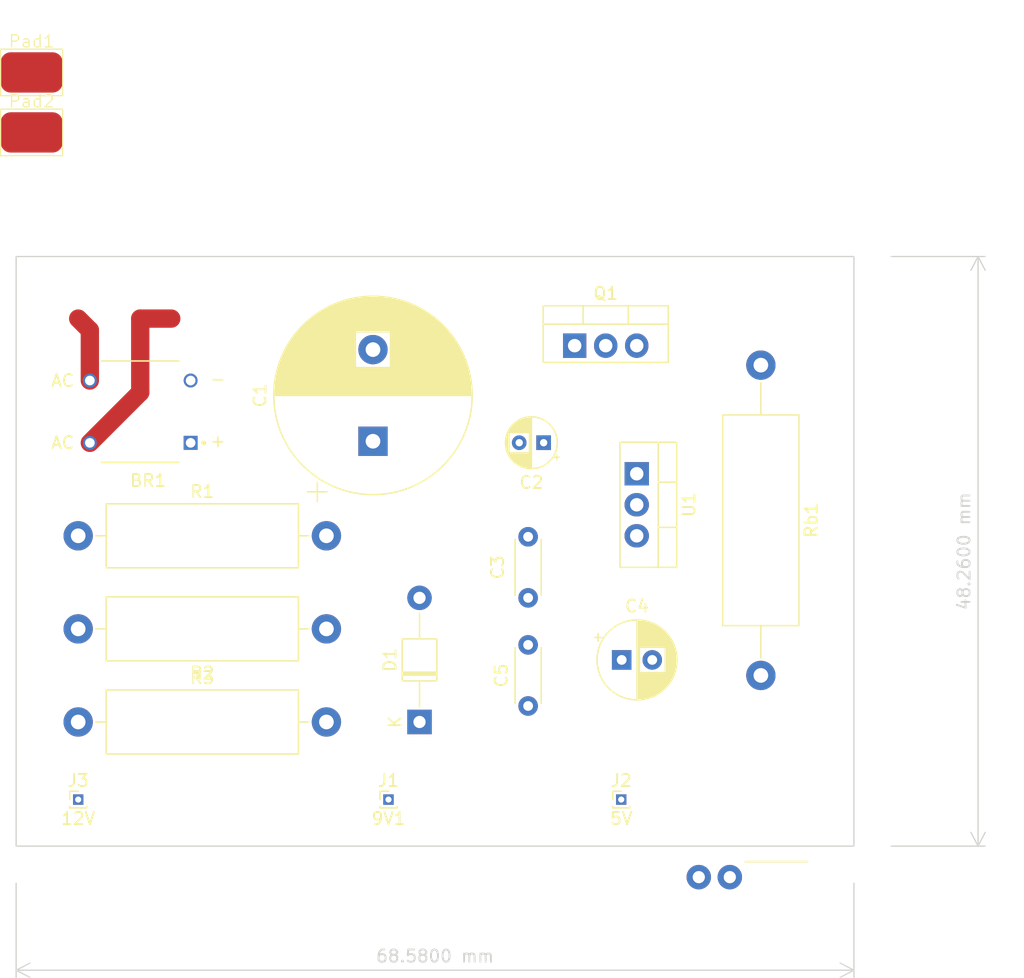
<source format=kicad_pcb>
(kicad_pcb (version 20221018) (generator pcbnew)
  (title_block (title "Power Supply") (date "2024-02-09") (rev "v0.1.2") (company "DagTech"))
  (layers (0 "F.Cu" signal) (31 "B.Cu" signal) (34 "B.Paste" user) (35 "F.Paste" user) (36 "B.SilkS" user "B.Silkscreen") (37 "F.SilkS" user "F.Silkscreen") (38 "B.Mask" user) (39 "F.Mask" user) (44 "Edge.Cuts" user))
  (net 0 "")
  (net 1 "+12V")
  (net 2 "GND")
  (net 3 "VAC")
  (net 4 "Net-(R1-Pad2)")
  (net 5 "Net-(R2-Pad2)")
  (net 6 "+5V")
  (net 7 "+9V")
  (net 8 "Net-(Q1-B)")
  (footprint "dag:dag-pad" (layer "F.Cu") (at 52.07 23.03)
    (fp_text reference "Pad1" (at 0 -2.54 unlocked) (layer "F.SilkS") (effects (font (thickness 0.1))))
    (fp_text value "~")
    (pad "1" smd roundrect (at 0 0) (size 5.08 3.302) (layers "F.Cu" "F.Paste" "F.Mask"))
  )
  (footprint "Capacitor_THT:CP_Radial_D16.0mm_P7.50mm" (layer "F.Cu") (at 80.01 53.22 90)
    (fp_text reference "C1" (at 3.75 -9.25 90) (layer "F.SilkS"))
    (fp_text value "2200uF")
    (pad "1" thru_hole rect (at 0 0 90) (size 2.4 2.4) (drill 1.2) (layers "*.Cu" "*.Mask") (net 1 "+12V"))
    (pad "2" thru_hole circle (at 7.5 0 90) (size 2.4 2.4) (drill 1.2) (layers "*.Cu" "*.Mask") (net 2 "GND"))
  )
  (footprint "Resistor_THT:R_Axial_DIN0516_L15.5mm_D5.0mm_P20.32mm_Horizontal" (layer "F.Cu") (at 55.88 76.2)
    (fp_text reference "R3" (at 10.16 -3.62) (layer "F.SilkS"))
    (fp_text value "10R")
    (pad "1" thru_hole circle (at 0 0) (size 2.4 2.4) (drill 1.2) (layers "*.Cu" "*.Mask") (net 5 "Net-(R2-Pad2)"))
    (pad "2" thru_hole oval (at 20.32 0) (size 2.4 2.4) (drill 1.2) (layers "*.Cu" "*.Mask") (net 7 "+9V"))
  )
  (footprint "Capacitor_THT:C_Disc_D4.3mm_W1.9mm_P5.00mm" (layer "F.Cu") (at 92.71 66.04 90)
    (fp_text reference "C3" (at 2.5 -2.5 90) (layer "F.SilkS"))
    (fp_text value "100pF")
    (pad "1" thru_hole circle (at 0 0 90) (size 1.6 1.6) (drill 0.8) (layers "*.Cu" "*.Mask") (net 6 "+5V"))
    (pad "2" thru_hole circle (at 5 0 90) (size 1.6 1.6) (drill 0.8) (layers "*.Cu" "*.Mask") (net 2 "GND"))
  )
  (footprint "Capacitor_THT:C_Disc_D4.3mm_W1.9mm_P5.00mm" (layer "F.Cu") (at 92.71 74.89 90)
    (fp_text reference "C5" (at 2.5 -2.2 90) (layer "F.SilkS"))
    (fp_text value "100pF")
    (pad "1" thru_hole circle (at 0 0 90) (size 1.6 1.6) (drill 0.8) (layers "*.Cu" "*.Mask") (net 7 "+9V"))
    (pad "2" thru_hole circle (at 5 0 90) (size 1.6 1.6) (drill 0.8) (layers "*.Cu" "*.Mask") (net 2 "GND"))
  )
  (footprint "Package_TO_SOT_THT:TO-220-3_Vertical" (layer "F.Cu") (at 96.52 45.395)
    (fp_text reference "Q1" (at 2.54 -4.27) (layer "F.SilkS"))
    (fp_text value "TIP42")
    (pad "1" thru_hole rect (at 0 0) (size 1.905 2) (drill 1.1) (layers "*.Cu" "*.Mask") (net 8 "Net-(Q1-B)"))
    (pad "2" thru_hole oval (at 2.54 0) (size 1.905 2) (drill 1.1) (layers "*.Cu" "*.Mask") (net 6 "+5V"))
    (pad "3" thru_hole oval (at 5.08 0) (size 1.905 2) (drill 1.1) (layers "*.Cu" "*.Mask") (net 1 "+12V"))
  )
  (footprint "Resistor_THT:R_Axial_DIN0617_L17.0mm_D6.0mm_P25.40mm_Horizontal" (layer "F.Cu") (at 111.76 46.99 -90)
    (fp_text reference "Rb1" (at 12.7 -4.12 90) (layer "F.SilkS"))
    (fp_text value "1.5R")
    (pad "1" thru_hole circle (at 0 0 270) (size 2.4 2.4) (drill 1.2) (layers "*.Cu" "*.Mask") (net 1 "+12V"))
    (pad "2" thru_hole oval (at 25.4 0 270) (size 2.4 2.4) (drill 1.2) (layers "*.Cu" "*.Mask") (net 8 "Net-(Q1-B)"))
  )
  (footprint "Capacitor_THT:CP_Radial_D6.3mm_P2.50mm" (layer "F.Cu") (at 100.37 71.12)
    (fp_text reference "C4" (at 1.25 -4.4) (layer "F.SilkS"))
    (fp_text value "470uF")
    (pad "1" thru_hole rect (at 0 0) (size 1.6 1.6) (drill 0.8) (layers "*.Cu" "*.Mask") (net 6 "+5V"))
    (pad "2" thru_hole circle (at 2.5 0) (size 1.6 1.6) (drill 0.8) (layers "*.Cu" "*.Mask") (net 2 "GND"))
  )
  (footprint "Package_TO_SOT_THT:TO-220-3_Vertical" (layer "F.Cu") (at 101.6 55.88 -90)
    (fp_text reference "U1" (at 2.54 -4.27 90) (layer "F.SilkS"))
    (fp_text value "LM7805_TO220")
    (pad "1" thru_hole rect (at 0 0 270) (size 1.905 2) (drill 1.1) (layers "*.Cu" "*.Mask") (net 8 "Net-(Q1-B)"))
    (pad "2" thru_hole oval (at 2.54 0 270) (size 1.905 2) (drill 1.1) (layers "*.Cu" "*.Mask") (net 2 "GND"))
    (pad "3" thru_hole oval (at 5.08 0 270) (size 1.905 2) (drill 1.1) (layers "*.Cu" "*.Mask") (net 6 "+5V"))
  )
  (footprint "dag:dag-pad" (layer "F.Cu") (at 52.07 27.94)
    (fp_text reference "Pad2" (at 0 -2.54 unlocked) (layer "F.SilkS") (effects (font (thickness 0.1))))
    (fp_text value "~")
    (pad "1" smd roundrect (at 0 0) (size 5.08 3.302) (layers "F.Cu" "F.Paste" "F.Mask"))
  )
  (footprint "Connector_PinHeader_1.00mm:PinHeader_1x01_P1.00mm_Vertical" (layer "F.Cu") (at 100.33 82.55)
    (fp_text reference "J2" (at 0 -1.56) (layer "F.SilkS"))
    (fp_text value "5V" (at 0 1.56) (layer "F.SilkS"))
    (pad "1" thru_hole rect (at 0 0) (size 0.85 0.85) (drill 0.5) (layers "*.Cu" "*.Mask") (net 6 "+5V"))
  )
  (footprint "Connector_PinHeader_1.00mm:PinHeader_1x01_P1.00mm_Vertical" (layer "F.Cu") (at 81.28 82.55)
    (fp_text reference "J1" (at 0 -1.56) (layer "F.SilkS"))
    (fp_text value "9V1" (at 0 1.56) (layer "F.SilkS"))
    (pad "1" thru_hole rect (at 0 0) (size 0.85 0.85) (drill 0.5) (layers "*.Cu" "*.Mask") (net 7 "+9V"))
  )
  (footprint "Capacitor_THT:CP_Radial_D4.0mm_P2.00mm" (layer "F.Cu") (at 93.98 53.34 180)
    (fp_text reference "C2" (at 1 -3.25 180) (layer "F.SilkS"))
    (fp_text value "330pF")
    (pad "1" thru_hole rect (at 0 0 180) (size 1.2 1.2) (drill 0.6) (layers "*.Cu" "*.Mask") (net 8 "Net-(Q1-B)"))
    (pad "2" thru_hole circle (at 2 0 180) (size 1.2 1.2) (drill 0.6) (layers "*.Cu" "*.Mask") (net 2 "GND"))
  )
  (footprint "Resistor_THT:R_Axial_DIN0516_L15.5mm_D5.0mm_P20.32mm_Horizontal" (layer "F.Cu") (at 76.2 68.58 180)
    (fp_text reference "R2" (at 10.16 -3.62 180) (layer "F.SilkS"))
    (fp_text value "10R")
    (pad "1" thru_hole circle (at 0 0 180) (size 2.4 2.4) (drill 1.2) (layers "*.Cu" "*.Mask") (net 4 "Net-(R1-Pad2)"))
    (pad "2" thru_hole oval (at 20.32 0 180) (size 2.4 2.4) (drill 1.2) (layers "*.Cu" "*.Mask") (net 5 "Net-(R2-Pad2)"))
  )
  (footprint "Diode_THT:D_T-1_P10.16mm_Horizontal" (layer "F.Cu") (at 83.82 76.2 90)
    (fp_text reference "D1" (at 5.08 -2.42 90) (layer "F.SilkS"))
    (fp_text value "9V1")
    (fp_text user "K" (at 0 -2 90) (layer "F.SilkS"))
    (pad "1" thru_hole rect (at 0 0 90) (size 2 2) (drill 1) (layers "*.Cu" "*.Mask") (net 7 "+9V"))
    (pad "2" thru_hole oval (at 10.16 0 90) (size 2 2) (drill 1) (layers "*.Cu" "*.Mask") (net 2 "GND"))
  )
  (footprint "Resistor_THT:R_Axial_DIN0516_L15.5mm_D5.0mm_P20.32mm_Horizontal" (layer "F.Cu") (at 55.88 60.96)
    (fp_text reference "R1" (at 10.16 -3.62) (layer "F.SilkS"))
    (fp_text value "10R")
    (pad "1" thru_hole circle (at 0 0) (size 2.4 2.4) (drill 1.2) (layers "*.Cu" "*.Mask") (net 1 "+12V"))
    (pad "2" thru_hole oval (at 20.32 0) (size 2.4 2.4) (drill 1.2) (layers "*.Cu" "*.Mask") (net 4 "Net-(R1-Pad2)"))
  )
  (footprint "Connector_PinHeader_1.00mm:PinHeader_1x01_P1.00mm_Vertical" (layer "F.Cu") (at 55.88 82.55)
    (fp_text reference "J3" (at 0 -1.56) (layer "F.SilkS"))
    (fp_text value "12V" (at 0 1.56) (layer "F.SilkS"))
    (pad "1" thru_hole rect (at 0 0) (size 0.85 0.85) (drill 0.5) (layers "*.Cu" "*.Mask") (net 1 "+12V"))
  )
  (footprint "DB107:DIP825W50P509L880H320Q4" (layer "F.Cu") (at 60.96 50.8 180)
    (fp_text reference "BR1" (at -0.645 -5.635) (layer "F.SilkS"))
    (fp_text value "DB107")
    (fp_text user "+" (at -6.35 -2.54 180 unlocked) (layer "F.SilkS"))
    (fp_text user "AC" (at 6.35 -2.54 180) (layer "F.SilkS"))
    (fp_text user "-" (at -6.35 2.54 180 unlocked) (layer "F.SilkS"))
    (fp_text user "AC" (at 6.35 2.54 180) (layer "F.SilkS"))
    (pad "1" thru_hole rect (at -4.125 -2.55 180) (size 1.14 1.14) (drill 0.79) (layers "*.Cu" "*.Mask") (net 1 "+12V"))
    (pad "2" thru_hole circle (at -4.125 2.55 180) (size 1.14 1.14) (drill 0.79) (layers "*.Cu" "*.Mask") (net 2 "GND"))
    (pad "3" thru_hole circle (at 4.125 2.55 180) (size 1.14 1.14) (drill 0.79) (layers "*.Cu" "*.Mask") (net 3 "VAC"))
    (pad "4" thru_hole circle (at 4.125 -2.55 180) (size 1.14 1.14) (drill 0.79) (layers "*.Cu" "*.Mask") (net 3 "VAC"))
  )
  (gr_line (start 115.57 87.63) (end 110.49 87.63) (stroke (width 0.15)) (layer "F.SilkS"))
  (gr_rect locked (start 50.8 38.1) (end 119.38 86.36) (stroke (width 0.1)) (fill none) (layer "Edge.Cuts"))
  (dimension (type aligned) (layer "Edge.Cuts") (pts (xy 119.38 88.9) (xy 50.8 88.9)) (height -7.62) (gr_text "2700.0000 mils" (at 85.09 95.37) (layer "Edge.Cuts") (effects (font (size 1 1) (thickness 0.15)))) (format (prefix "") (suffix "") (units 3) (units_format 1) (precision 4)) (style (thickness 0.1) (arrow_length 1.27) (text_position_mode 0) (extension_height 0.58642) (extension_offset 0.5) keep_text_aligned))
  (dimension (type aligned) (layer "Edge.Cuts") (pts (xy 121.92 38.1) (xy 121.92 86.36)) (height -7.62) (gr_text "1900.0000 mils" (at 128.39 62.23 90) (layer "Edge.Cuts") (effects (font (size 1 1) (thickness 0.15)))) (format (prefix "") (suffix "") (units 3) (units_format 1) (precision 4)) (style (thickness 0.1) (arrow_length 1.27) (text_position_mode 0) (extension_height 0.58642) (extension_offset 0.5) keep_text_aligned))
  (via (at 109.22 88.9) (size 2) (drill 1) (layers "F.Cu" "B.Cu") (net 2))
  (via (at 106.68 88.9) (size 2) (drill 1) (layers "F.Cu" "B.Cu") (net 2))
  (segment (start 60.96 43.18) (end 63.5 43.18) (width 1.5) (layer "F.Cu") (net 3))
  (segment (start 56.835 53.35) (end 60.96 49.225) (width 1.5) (layer "F.Cu") (net 3))
  (segment (start 56.835 44.135) (end 56.835 48.25) (width 1.5) (layer "F.Cu") (net 3))
  (segment (start 56.835 44.135) (end 55.88 43.18) (width 1.5) (layer "F.Cu") (net 3))
  (segment (start 60.96 49.225) (end 60.96 43.18) (width 1.5) (layer "F.Cu") (net 3))
)
</source>
